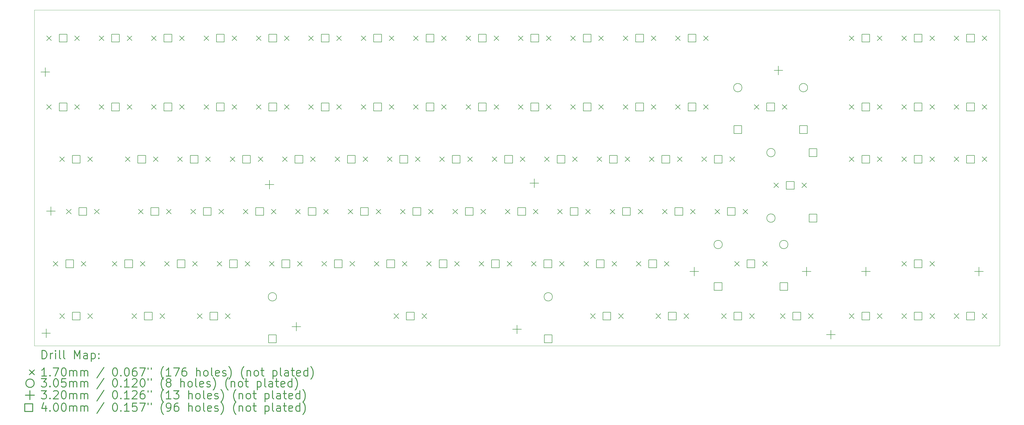
<source format=gbr>
%FSLAX45Y45*%
G04 Gerber Fmt 4.5, Leading zero omitted, Abs format (unit mm)*
G04 Created by KiCad (PCBNEW (5.1.0)-1) date 2022-03-22 21:13:21*
%MOMM*%
%LPD*%
G04 APERTURE LIST*
%ADD10C,0.050000*%
%ADD11C,0.200000*%
%ADD12C,0.300000*%
G04 APERTURE END LIST*
D10*
X38020000Y-15660000D02*
X38020000Y-15590000D01*
X3020000Y-15660000D02*
X38020000Y-15660000D01*
X3020000Y-15590000D02*
X3020000Y-15660000D01*
X3020000Y-3460000D02*
X3050000Y-3460000D01*
X3020000Y-15590000D02*
X3020000Y-3460000D01*
X38020000Y-3460000D02*
X37980000Y-3460000D01*
X38020000Y-15590000D02*
X38020000Y-3460000D01*
X37980000Y-3460000D02*
X3050000Y-3460000D01*
D11*
X9173000Y-6893000D02*
X9343000Y-7063000D01*
X9343000Y-6893000D02*
X9173000Y-7063000D01*
X10189000Y-6893000D02*
X10359000Y-7063000D01*
X10359000Y-6893000D02*
X10189000Y-7063000D01*
X36373000Y-6893000D02*
X36543000Y-7063000D01*
X36543000Y-6893000D02*
X36373000Y-7063000D01*
X37389000Y-6893000D02*
X37559000Y-7063000D01*
X37559000Y-6893000D02*
X37389000Y-7063000D01*
X17723000Y-8793000D02*
X17893000Y-8963000D01*
X17893000Y-8793000D02*
X17723000Y-8963000D01*
X18739000Y-8793000D02*
X18909000Y-8963000D01*
X18909000Y-8793000D02*
X18739000Y-8963000D01*
X10123000Y-8793000D02*
X10293000Y-8963000D01*
X10293000Y-8793000D02*
X10123000Y-8963000D01*
X11139000Y-8793000D02*
X11309000Y-8963000D01*
X11309000Y-8793000D02*
X11139000Y-8963000D01*
X14873000Y-4393000D02*
X15043000Y-4563000D01*
X15043000Y-4393000D02*
X14873000Y-4563000D01*
X15889000Y-4393000D02*
X16059000Y-4563000D01*
X16059000Y-4393000D02*
X15889000Y-4563000D01*
X36373000Y-4393000D02*
X36543000Y-4563000D01*
X36543000Y-4393000D02*
X36373000Y-4563000D01*
X37389000Y-4393000D02*
X37559000Y-4563000D01*
X37559000Y-4393000D02*
X37389000Y-4563000D01*
X12973000Y-6893000D02*
X13143000Y-7063000D01*
X13143000Y-6893000D02*
X12973000Y-7063000D01*
X13989000Y-6893000D02*
X14159000Y-7063000D01*
X14159000Y-6893000D02*
X13989000Y-7063000D01*
X10598000Y-10693000D02*
X10768000Y-10863000D01*
X10768000Y-10693000D02*
X10598000Y-10863000D01*
X11614000Y-10693000D02*
X11784000Y-10863000D01*
X11784000Y-10693000D02*
X11614000Y-10863000D01*
X25560500Y-14493000D02*
X25730500Y-14663000D01*
X25730500Y-14493000D02*
X25560500Y-14663000D01*
X26576500Y-14493000D02*
X26746500Y-14663000D01*
X26746500Y-14493000D02*
X26576500Y-14663000D01*
X5373000Y-6893000D02*
X5543000Y-7063000D01*
X5543000Y-6893000D02*
X5373000Y-7063000D01*
X6389000Y-6893000D02*
X6559000Y-7063000D01*
X6559000Y-6893000D02*
X6389000Y-7063000D01*
X5373000Y-4393000D02*
X5543000Y-4563000D01*
X5543000Y-4393000D02*
X5373000Y-4563000D01*
X6389000Y-4393000D02*
X6559000Y-4563000D01*
X6559000Y-4393000D02*
X6389000Y-4563000D01*
X15348000Y-12593000D02*
X15518000Y-12763000D01*
X15518000Y-12593000D02*
X15348000Y-12763000D01*
X16364000Y-12593000D02*
X16534000Y-12763000D01*
X16534000Y-12593000D02*
X16364000Y-12763000D01*
X15823000Y-8793000D02*
X15993000Y-8963000D01*
X15993000Y-8793000D02*
X15823000Y-8963000D01*
X16839000Y-8793000D02*
X17009000Y-8963000D01*
X17009000Y-8793000D02*
X16839000Y-8963000D01*
X29835500Y-9743000D02*
X30005500Y-9913000D01*
X30005500Y-9743000D02*
X29835500Y-9913000D01*
X30851500Y-9743000D02*
X31021500Y-9913000D01*
X31021500Y-9743000D02*
X30851500Y-9913000D01*
X23898000Y-10693000D02*
X24068000Y-10863000D01*
X24068000Y-10693000D02*
X23898000Y-10863000D01*
X24914000Y-10693000D02*
X25084000Y-10863000D01*
X25084000Y-10693000D02*
X24914000Y-10863000D01*
X16773000Y-4393000D02*
X16943000Y-4563000D01*
X16943000Y-4393000D02*
X16773000Y-4563000D01*
X17789000Y-4393000D02*
X17959000Y-4563000D01*
X17959000Y-4393000D02*
X17789000Y-4563000D01*
X3710500Y-12593000D02*
X3880500Y-12763000D01*
X3880500Y-12593000D02*
X3710500Y-12763000D01*
X4726500Y-12593000D02*
X4896500Y-12763000D01*
X4896500Y-12593000D02*
X4726500Y-12763000D01*
X22948000Y-12593000D02*
X23118000Y-12763000D01*
X23118000Y-12593000D02*
X22948000Y-12763000D01*
X23964000Y-12593000D02*
X24134000Y-12763000D01*
X24134000Y-12593000D02*
X23964000Y-12763000D01*
X32573000Y-14493000D02*
X32743000Y-14663000D01*
X32743000Y-14493000D02*
X32573000Y-14663000D01*
X33589000Y-14493000D02*
X33759000Y-14663000D01*
X33759000Y-14493000D02*
X33589000Y-14663000D01*
X3948000Y-14493000D02*
X4118000Y-14663000D01*
X4118000Y-14493000D02*
X3948000Y-14663000D01*
X4964000Y-14493000D02*
X5134000Y-14663000D01*
X5134000Y-14493000D02*
X4964000Y-14663000D01*
X5848000Y-12593000D02*
X6018000Y-12763000D01*
X6018000Y-12593000D02*
X5848000Y-12763000D01*
X6864000Y-12593000D02*
X7034000Y-12763000D01*
X7034000Y-12593000D02*
X6864000Y-12763000D01*
X25323000Y-8793000D02*
X25493000Y-8963000D01*
X25493000Y-8793000D02*
X25323000Y-8963000D01*
X26339000Y-8793000D02*
X26509000Y-8963000D01*
X26509000Y-8793000D02*
X26339000Y-8963000D01*
X11548000Y-12593000D02*
X11718000Y-12763000D01*
X11718000Y-12593000D02*
X11548000Y-12763000D01*
X12564000Y-12593000D02*
X12734000Y-12763000D01*
X12734000Y-12593000D02*
X12564000Y-12763000D01*
X4185500Y-10693000D02*
X4355500Y-10863000D01*
X4355500Y-10693000D02*
X4185500Y-10863000D01*
X5201500Y-10693000D02*
X5371500Y-10863000D01*
X5371500Y-10693000D02*
X5201500Y-10863000D01*
X7273000Y-6893000D02*
X7443000Y-7063000D01*
X7443000Y-6893000D02*
X7273000Y-7063000D01*
X8289000Y-6893000D02*
X8459000Y-7063000D01*
X8459000Y-6893000D02*
X8289000Y-7063000D01*
X26273000Y-6893000D02*
X26443000Y-7063000D01*
X26443000Y-6893000D02*
X26273000Y-7063000D01*
X27289000Y-6893000D02*
X27459000Y-7063000D01*
X27459000Y-6893000D02*
X27289000Y-7063000D01*
X20098000Y-10693000D02*
X20268000Y-10863000D01*
X20268000Y-10693000D02*
X20098000Y-10863000D01*
X21114000Y-10693000D02*
X21284000Y-10863000D01*
X21284000Y-10693000D02*
X21114000Y-10863000D01*
X16060500Y-14493000D02*
X16230500Y-14663000D01*
X16230500Y-14493000D02*
X16060500Y-14663000D01*
X17076500Y-14493000D02*
X17246500Y-14663000D01*
X17246500Y-14493000D02*
X17076500Y-14663000D01*
X32573000Y-8793000D02*
X32743000Y-8963000D01*
X32743000Y-8793000D02*
X32573000Y-8963000D01*
X33589000Y-8793000D02*
X33759000Y-8963000D01*
X33759000Y-8793000D02*
X33589000Y-8963000D01*
X18673000Y-6893000D02*
X18843000Y-7063000D01*
X18843000Y-6893000D02*
X18673000Y-7063000D01*
X19689000Y-6893000D02*
X19859000Y-7063000D01*
X19859000Y-6893000D02*
X19689000Y-7063000D01*
X9173000Y-4393000D02*
X9343000Y-4563000D01*
X9343000Y-4393000D02*
X9173000Y-4563000D01*
X10189000Y-4393000D02*
X10359000Y-4563000D01*
X10359000Y-4393000D02*
X10189000Y-4563000D01*
X34473000Y-14493000D02*
X34643000Y-14663000D01*
X34643000Y-14493000D02*
X34473000Y-14663000D01*
X35489000Y-14493000D02*
X35659000Y-14663000D01*
X35659000Y-14493000D02*
X35489000Y-14663000D01*
X22473000Y-6893000D02*
X22643000Y-7063000D01*
X22643000Y-6893000D02*
X22473000Y-7063000D01*
X23489000Y-6893000D02*
X23659000Y-7063000D01*
X23659000Y-6893000D02*
X23489000Y-7063000D01*
X19148000Y-12593000D02*
X19318000Y-12763000D01*
X19318000Y-12593000D02*
X19148000Y-12763000D01*
X20164000Y-12593000D02*
X20334000Y-12763000D01*
X20334000Y-12593000D02*
X20164000Y-12763000D01*
X36373000Y-8793000D02*
X36543000Y-8963000D01*
X36543000Y-8793000D02*
X36373000Y-8963000D01*
X37389000Y-8793000D02*
X37559000Y-8963000D01*
X37559000Y-8793000D02*
X37389000Y-8963000D01*
X13923000Y-8793000D02*
X14093000Y-8963000D01*
X14093000Y-8793000D02*
X13923000Y-8963000D01*
X14939000Y-8793000D02*
X15109000Y-8963000D01*
X15109000Y-8793000D02*
X14939000Y-8963000D01*
X12973000Y-4393000D02*
X13143000Y-4563000D01*
X13143000Y-4393000D02*
X12973000Y-4563000D01*
X13989000Y-4393000D02*
X14159000Y-4563000D01*
X14159000Y-4393000D02*
X13989000Y-4563000D01*
X36373000Y-14493000D02*
X36543000Y-14663000D01*
X36543000Y-14493000D02*
X36373000Y-14663000D01*
X37389000Y-14493000D02*
X37559000Y-14663000D01*
X37559000Y-14493000D02*
X37389000Y-14663000D01*
X11073000Y-4393000D02*
X11243000Y-4563000D01*
X11243000Y-4393000D02*
X11073000Y-4563000D01*
X12089000Y-4393000D02*
X12259000Y-4563000D01*
X12259000Y-4393000D02*
X12089000Y-4563000D01*
X17248000Y-12593000D02*
X17418000Y-12763000D01*
X17418000Y-12593000D02*
X17248000Y-12763000D01*
X18264000Y-12593000D02*
X18434000Y-12763000D01*
X18434000Y-12593000D02*
X18264000Y-12763000D01*
X28410500Y-12593000D02*
X28580500Y-12763000D01*
X28580500Y-12593000D02*
X28410500Y-12763000D01*
X29426500Y-12593000D02*
X29596500Y-12763000D01*
X29596500Y-12593000D02*
X29426500Y-12763000D01*
X16773000Y-6893000D02*
X16943000Y-7063000D01*
X16943000Y-6893000D02*
X16773000Y-7063000D01*
X17789000Y-6893000D02*
X17959000Y-7063000D01*
X17959000Y-6893000D02*
X17789000Y-7063000D01*
X21523000Y-8793000D02*
X21693000Y-8963000D01*
X21693000Y-8793000D02*
X21523000Y-8963000D01*
X22539000Y-8793000D02*
X22709000Y-8963000D01*
X22709000Y-8793000D02*
X22539000Y-8963000D01*
X6323000Y-8793000D02*
X6493000Y-8963000D01*
X6493000Y-8793000D02*
X6323000Y-8963000D01*
X7339000Y-8793000D02*
X7509000Y-8963000D01*
X7509000Y-8793000D02*
X7339000Y-8963000D01*
X24373000Y-6893000D02*
X24543000Y-7063000D01*
X24543000Y-6893000D02*
X24373000Y-7063000D01*
X25389000Y-6893000D02*
X25559000Y-7063000D01*
X25559000Y-6893000D02*
X25389000Y-7063000D01*
X27698000Y-10693000D02*
X27868000Y-10863000D01*
X27868000Y-10693000D02*
X27698000Y-10863000D01*
X28714000Y-10693000D02*
X28884000Y-10863000D01*
X28884000Y-10693000D02*
X28714000Y-10863000D01*
X3948000Y-8793000D02*
X4118000Y-8963000D01*
X4118000Y-8793000D02*
X3948000Y-8963000D01*
X4964000Y-8793000D02*
X5134000Y-8963000D01*
X5134000Y-8793000D02*
X4964000Y-8963000D01*
X23423000Y-8793000D02*
X23593000Y-8963000D01*
X23593000Y-8793000D02*
X23423000Y-8963000D01*
X24439000Y-8793000D02*
X24609000Y-8963000D01*
X24609000Y-8793000D02*
X24439000Y-8963000D01*
X24848000Y-12593000D02*
X25018000Y-12763000D01*
X25018000Y-12593000D02*
X24848000Y-12763000D01*
X25864000Y-12593000D02*
X26034000Y-12763000D01*
X26034000Y-12593000D02*
X25864000Y-12763000D01*
X7273000Y-4393000D02*
X7443000Y-4563000D01*
X7443000Y-4393000D02*
X7273000Y-4563000D01*
X8289000Y-4393000D02*
X8459000Y-4563000D01*
X8459000Y-4393000D02*
X8289000Y-4563000D01*
X21048000Y-12593000D02*
X21218000Y-12763000D01*
X21218000Y-12593000D02*
X21048000Y-12763000D01*
X22064000Y-12593000D02*
X22234000Y-12763000D01*
X22234000Y-12593000D02*
X22064000Y-12763000D01*
X14398000Y-10693000D02*
X14568000Y-10863000D01*
X14568000Y-10693000D02*
X14398000Y-10863000D01*
X15414000Y-10693000D02*
X15584000Y-10863000D01*
X15584000Y-10693000D02*
X15414000Y-10863000D01*
X8935500Y-14493000D02*
X9105500Y-14663000D01*
X9105500Y-14493000D02*
X8935500Y-14663000D01*
X9951500Y-14493000D02*
X10121500Y-14663000D01*
X10121500Y-14493000D02*
X9951500Y-14663000D01*
X8223000Y-8793000D02*
X8393000Y-8963000D01*
X8393000Y-8793000D02*
X8223000Y-8963000D01*
X9239000Y-8793000D02*
X9409000Y-8963000D01*
X9409000Y-8793000D02*
X9239000Y-8963000D01*
X27223000Y-8793000D02*
X27393000Y-8963000D01*
X27393000Y-8793000D02*
X27223000Y-8963000D01*
X28239000Y-8793000D02*
X28409000Y-8963000D01*
X28409000Y-8793000D02*
X28239000Y-8963000D01*
X11073000Y-6893000D02*
X11243000Y-7063000D01*
X11243000Y-6893000D02*
X11073000Y-7063000D01*
X12089000Y-6893000D02*
X12259000Y-7063000D01*
X12259000Y-6893000D02*
X12089000Y-7063000D01*
X34473000Y-4393000D02*
X34643000Y-4563000D01*
X34643000Y-4393000D02*
X34473000Y-4563000D01*
X35489000Y-4393000D02*
X35659000Y-4563000D01*
X35659000Y-4393000D02*
X35489000Y-4563000D01*
X20573000Y-6893000D02*
X20743000Y-7063000D01*
X20743000Y-6893000D02*
X20573000Y-7063000D01*
X21589000Y-6893000D02*
X21759000Y-7063000D01*
X21759000Y-6893000D02*
X21589000Y-7063000D01*
X34473000Y-6893000D02*
X34643000Y-7063000D01*
X34643000Y-6893000D02*
X34473000Y-7063000D01*
X35489000Y-6893000D02*
X35659000Y-7063000D01*
X35659000Y-6893000D02*
X35489000Y-7063000D01*
X8698000Y-10693000D02*
X8868000Y-10863000D01*
X8868000Y-10693000D02*
X8698000Y-10863000D01*
X9714000Y-10693000D02*
X9884000Y-10863000D01*
X9884000Y-10693000D02*
X9714000Y-10863000D01*
X27935500Y-14493000D02*
X28105500Y-14663000D01*
X28105500Y-14493000D02*
X27935500Y-14663000D01*
X28951500Y-14493000D02*
X29121500Y-14663000D01*
X29121500Y-14493000D02*
X28951500Y-14663000D01*
X18198000Y-10693000D02*
X18368000Y-10863000D01*
X18368000Y-10693000D02*
X18198000Y-10863000D01*
X19214000Y-10693000D02*
X19384000Y-10863000D01*
X19384000Y-10693000D02*
X19214000Y-10863000D01*
X3473000Y-4393000D02*
X3643000Y-4563000D01*
X3643000Y-4393000D02*
X3473000Y-4563000D01*
X4489000Y-4393000D02*
X4659000Y-4563000D01*
X4659000Y-4393000D02*
X4489000Y-4563000D01*
X13448000Y-12593000D02*
X13618000Y-12763000D01*
X13618000Y-12593000D02*
X13448000Y-12763000D01*
X14464000Y-12593000D02*
X14634000Y-12763000D01*
X14634000Y-12593000D02*
X14464000Y-12763000D01*
X34473000Y-12593000D02*
X34643000Y-12763000D01*
X34643000Y-12593000D02*
X34473000Y-12763000D01*
X35489000Y-12593000D02*
X35659000Y-12763000D01*
X35659000Y-12593000D02*
X35489000Y-12763000D01*
X16298000Y-10693000D02*
X16468000Y-10863000D01*
X16468000Y-10693000D02*
X16298000Y-10863000D01*
X17314000Y-10693000D02*
X17484000Y-10863000D01*
X17484000Y-10693000D02*
X17314000Y-10863000D01*
X14873000Y-6893000D02*
X15043000Y-7063000D01*
X15043000Y-6893000D02*
X14873000Y-7063000D01*
X15889000Y-6893000D02*
X16059000Y-7063000D01*
X16059000Y-6893000D02*
X15889000Y-7063000D01*
X23185500Y-14493000D02*
X23355500Y-14663000D01*
X23355500Y-14493000D02*
X23185500Y-14663000D01*
X24201500Y-14493000D02*
X24371500Y-14663000D01*
X24371500Y-14493000D02*
X24201500Y-14663000D01*
X3473000Y-6893000D02*
X3643000Y-7063000D01*
X3643000Y-6893000D02*
X3473000Y-7063000D01*
X4489000Y-6893000D02*
X4659000Y-7063000D01*
X4659000Y-6893000D02*
X4489000Y-7063000D01*
X12498000Y-10693000D02*
X12668000Y-10863000D01*
X12668000Y-10693000D02*
X12498000Y-10863000D01*
X13514000Y-10693000D02*
X13684000Y-10863000D01*
X13684000Y-10693000D02*
X13514000Y-10863000D01*
X18673000Y-4393000D02*
X18843000Y-4563000D01*
X18843000Y-4393000D02*
X18673000Y-4563000D01*
X19689000Y-4393000D02*
X19859000Y-4563000D01*
X19859000Y-4393000D02*
X19689000Y-4563000D01*
X30073000Y-14493000D02*
X30243000Y-14663000D01*
X30243000Y-14493000D02*
X30073000Y-14663000D01*
X31089000Y-14493000D02*
X31259000Y-14663000D01*
X31259000Y-14493000D02*
X31089000Y-14663000D01*
X22473000Y-4393000D02*
X22643000Y-4563000D01*
X22643000Y-4393000D02*
X22473000Y-4563000D01*
X23489000Y-4393000D02*
X23659000Y-4563000D01*
X23659000Y-4393000D02*
X23489000Y-4563000D01*
X26273000Y-4393000D02*
X26443000Y-4563000D01*
X26443000Y-4393000D02*
X26273000Y-4563000D01*
X27289000Y-4393000D02*
X27459000Y-4563000D01*
X27459000Y-4393000D02*
X27289000Y-4563000D01*
X20573000Y-4393000D02*
X20743000Y-4563000D01*
X20743000Y-4393000D02*
X20573000Y-4563000D01*
X21589000Y-4393000D02*
X21759000Y-4563000D01*
X21759000Y-4393000D02*
X21589000Y-4563000D01*
X32573000Y-6893000D02*
X32743000Y-7063000D01*
X32743000Y-6893000D02*
X32573000Y-7063000D01*
X33589000Y-6893000D02*
X33759000Y-7063000D01*
X33759000Y-6893000D02*
X33589000Y-7063000D01*
X6560500Y-14493000D02*
X6730500Y-14663000D01*
X6730500Y-14493000D02*
X6560500Y-14663000D01*
X7576500Y-14493000D02*
X7746500Y-14663000D01*
X7746500Y-14493000D02*
X7576500Y-14663000D01*
X6798000Y-10693000D02*
X6968000Y-10863000D01*
X6968000Y-10693000D02*
X6798000Y-10863000D01*
X7814000Y-10693000D02*
X7984000Y-10863000D01*
X7984000Y-10693000D02*
X7814000Y-10863000D01*
X24373000Y-4393000D02*
X24543000Y-4563000D01*
X24543000Y-4393000D02*
X24373000Y-4563000D01*
X25389000Y-4393000D02*
X25559000Y-4563000D01*
X25559000Y-4393000D02*
X25389000Y-4563000D01*
X9648000Y-12593000D02*
X9818000Y-12763000D01*
X9818000Y-12593000D02*
X9648000Y-12763000D01*
X10664000Y-12593000D02*
X10834000Y-12763000D01*
X10834000Y-12593000D02*
X10664000Y-12763000D01*
X29123000Y-6893000D02*
X29293000Y-7063000D01*
X29293000Y-6893000D02*
X29123000Y-7063000D01*
X30139000Y-6893000D02*
X30309000Y-7063000D01*
X30309000Y-6893000D02*
X30139000Y-7063000D01*
X25798000Y-10693000D02*
X25968000Y-10863000D01*
X25968000Y-10693000D02*
X25798000Y-10863000D01*
X26814000Y-10693000D02*
X26984000Y-10863000D01*
X26984000Y-10693000D02*
X26814000Y-10863000D01*
X19623000Y-8793000D02*
X19793000Y-8963000D01*
X19793000Y-8793000D02*
X19623000Y-8963000D01*
X20639000Y-8793000D02*
X20809000Y-8963000D01*
X20809000Y-8793000D02*
X20639000Y-8963000D01*
X7748000Y-12593000D02*
X7918000Y-12763000D01*
X7918000Y-12593000D02*
X7748000Y-12763000D01*
X8764000Y-12593000D02*
X8934000Y-12763000D01*
X8934000Y-12593000D02*
X8764000Y-12763000D01*
X32573000Y-4393000D02*
X32743000Y-4563000D01*
X32743000Y-4393000D02*
X32573000Y-4563000D01*
X33589000Y-4393000D02*
X33759000Y-4563000D01*
X33759000Y-4393000D02*
X33589000Y-4563000D01*
X12023000Y-8793000D02*
X12193000Y-8963000D01*
X12193000Y-8793000D02*
X12023000Y-8963000D01*
X13039000Y-8793000D02*
X13209000Y-8963000D01*
X13209000Y-8793000D02*
X13039000Y-8963000D01*
X34473000Y-8793000D02*
X34643000Y-8963000D01*
X34643000Y-8793000D02*
X34473000Y-8963000D01*
X35489000Y-8793000D02*
X35659000Y-8963000D01*
X35659000Y-8793000D02*
X35489000Y-8963000D01*
X21998000Y-10693000D02*
X22168000Y-10863000D01*
X22168000Y-10693000D02*
X21998000Y-10863000D01*
X23014000Y-10693000D02*
X23184000Y-10863000D01*
X23184000Y-10693000D02*
X23014000Y-10863000D01*
X28678500Y-6278000D02*
G75*
G03X28678500Y-6278000I-152500J0D01*
G01*
X31058500Y-6278000D02*
G75*
G03X31058500Y-6278000I-152500J0D01*
G01*
X29881000Y-8638000D02*
G75*
G03X29881000Y-8638000I-152500J0D01*
G01*
X29881000Y-11018000D02*
G75*
G03X29881000Y-11018000I-152500J0D01*
G01*
X11806000Y-13878000D02*
G75*
G03X11806000Y-13878000I-152500J0D01*
G01*
X21806000Y-13878000D02*
G75*
G03X21806000Y-13878000I-152500J0D01*
G01*
X27966000Y-11978000D02*
G75*
G03X27966000Y-11978000I-152500J0D01*
G01*
X30346000Y-11978000D02*
G75*
G03X30346000Y-11978000I-152500J0D01*
G01*
X21150000Y-9590000D02*
X21150000Y-9910000D01*
X20990000Y-9750000D02*
X21310000Y-9750000D01*
X26950000Y-12800000D02*
X26950000Y-13120000D01*
X26790000Y-12960000D02*
X27110000Y-12960000D01*
X30000000Y-5490000D02*
X30000000Y-5810000D01*
X29840000Y-5650000D02*
X30160000Y-5650000D01*
X37270000Y-12800000D02*
X37270000Y-13120000D01*
X37110000Y-12960000D02*
X37430000Y-12960000D01*
X33170000Y-12800000D02*
X33170000Y-13120000D01*
X33010000Y-12960000D02*
X33330000Y-12960000D01*
X11550000Y-9640000D02*
X11550000Y-9960000D01*
X11390000Y-9800000D02*
X11710000Y-9800000D01*
X3450000Y-15040000D02*
X3450000Y-15360000D01*
X3290000Y-15200000D02*
X3610000Y-15200000D01*
X31900000Y-15090000D02*
X31900000Y-15410000D01*
X31740000Y-15250000D02*
X32060000Y-15250000D01*
X3420000Y-5550000D02*
X3420000Y-5870000D01*
X3260000Y-5710000D02*
X3580000Y-5710000D01*
X31020000Y-12800000D02*
X31020000Y-13120000D01*
X30860000Y-12960000D02*
X31180000Y-12960000D01*
X3620000Y-10600000D02*
X3620000Y-10920000D01*
X3460000Y-10760000D02*
X3780000Y-10760000D01*
X20520000Y-14900000D02*
X20520000Y-15220000D01*
X20360000Y-15060000D02*
X20680000Y-15060000D01*
X12520000Y-14800000D02*
X12520000Y-15120000D01*
X12360000Y-14960000D02*
X12680000Y-14960000D01*
X4207423Y-7119423D02*
X4207423Y-6836577D01*
X3924577Y-6836577D01*
X3924577Y-7119423D01*
X4207423Y-7119423D01*
X13232423Y-10919423D02*
X13232423Y-10636577D01*
X12949577Y-10636577D01*
X12949577Y-10919423D01*
X13232423Y-10919423D01*
X19407423Y-4619423D02*
X19407423Y-4336577D01*
X19124577Y-4336577D01*
X19124577Y-4619423D01*
X19407423Y-4619423D01*
X30807423Y-14719423D02*
X30807423Y-14436577D01*
X30524577Y-14436577D01*
X30524577Y-14719423D01*
X30807423Y-14719423D01*
X23207423Y-4619423D02*
X23207423Y-4336577D01*
X22924577Y-4336577D01*
X22924577Y-4619423D01*
X23207423Y-4619423D01*
X27007423Y-4619423D02*
X27007423Y-4336577D01*
X26724577Y-4336577D01*
X26724577Y-4619423D01*
X27007423Y-4619423D01*
X21307423Y-4619423D02*
X21307423Y-4336577D01*
X21024577Y-4336577D01*
X21024577Y-4619423D01*
X21307423Y-4619423D01*
X33307423Y-7119423D02*
X33307423Y-6836577D01*
X33024577Y-6836577D01*
X33024577Y-7119423D01*
X33307423Y-7119423D01*
X7294923Y-14719423D02*
X7294923Y-14436577D01*
X7012077Y-14436577D01*
X7012077Y-14719423D01*
X7294923Y-14719423D01*
X7532423Y-10919423D02*
X7532423Y-10636577D01*
X7249577Y-10636577D01*
X7249577Y-10919423D01*
X7532423Y-10919423D01*
X25107423Y-4619423D02*
X25107423Y-4336577D01*
X24824577Y-4336577D01*
X24824577Y-4619423D01*
X25107423Y-4619423D01*
X10382423Y-12819423D02*
X10382423Y-12536577D01*
X10099577Y-12536577D01*
X10099577Y-12819423D01*
X10382423Y-12819423D01*
X28667423Y-7943423D02*
X28667423Y-7660577D01*
X28384577Y-7660577D01*
X28384577Y-7943423D01*
X28667423Y-7943423D01*
X29857423Y-7119423D02*
X29857423Y-6836577D01*
X29574577Y-6836577D01*
X29574577Y-7119423D01*
X29857423Y-7119423D01*
X31047423Y-7943423D02*
X31047423Y-7660577D01*
X30764577Y-7660577D01*
X30764577Y-7943423D01*
X31047423Y-7943423D01*
X26532423Y-10919423D02*
X26532423Y-10636577D01*
X26249577Y-10636577D01*
X26249577Y-10919423D01*
X26532423Y-10919423D01*
X20357423Y-9019423D02*
X20357423Y-8736577D01*
X20074577Y-8736577D01*
X20074577Y-9019423D01*
X20357423Y-9019423D01*
X8482423Y-12819423D02*
X8482423Y-12536577D01*
X8199577Y-12536577D01*
X8199577Y-12819423D01*
X8482423Y-12819423D01*
X33307423Y-4619423D02*
X33307423Y-4336577D01*
X33024577Y-4336577D01*
X33024577Y-4619423D01*
X33307423Y-4619423D01*
X12757423Y-9019423D02*
X12757423Y-8736577D01*
X12474577Y-8736577D01*
X12474577Y-9019423D01*
X12757423Y-9019423D01*
X35207423Y-9019423D02*
X35207423Y-8736577D01*
X34924577Y-8736577D01*
X34924577Y-9019423D01*
X35207423Y-9019423D01*
X22732423Y-10919423D02*
X22732423Y-10636577D01*
X22449577Y-10636577D01*
X22449577Y-10919423D01*
X22732423Y-10919423D01*
X9907423Y-7119423D02*
X9907423Y-6836577D01*
X9624577Y-6836577D01*
X9624577Y-7119423D01*
X9907423Y-7119423D01*
X37107423Y-7119423D02*
X37107423Y-6836577D01*
X36824577Y-6836577D01*
X36824577Y-7119423D01*
X37107423Y-7119423D01*
X18457423Y-9019423D02*
X18457423Y-8736577D01*
X18174577Y-8736577D01*
X18174577Y-9019423D01*
X18457423Y-9019423D01*
X10857423Y-9019423D02*
X10857423Y-8736577D01*
X10574577Y-8736577D01*
X10574577Y-9019423D01*
X10857423Y-9019423D01*
X15607423Y-4619423D02*
X15607423Y-4336577D01*
X15324577Y-4336577D01*
X15324577Y-4619423D01*
X15607423Y-4619423D01*
X37107423Y-4619423D02*
X37107423Y-4336577D01*
X36824577Y-4336577D01*
X36824577Y-4619423D01*
X37107423Y-4619423D01*
X13707423Y-7119423D02*
X13707423Y-6836577D01*
X13424577Y-6836577D01*
X13424577Y-7119423D01*
X13707423Y-7119423D01*
X11332423Y-10919423D02*
X11332423Y-10636577D01*
X11049577Y-10636577D01*
X11049577Y-10919423D01*
X11332423Y-10919423D01*
X26294923Y-14719423D02*
X26294923Y-14436577D01*
X26012077Y-14436577D01*
X26012077Y-14719423D01*
X26294923Y-14719423D01*
X6107423Y-7119423D02*
X6107423Y-6836577D01*
X5824577Y-6836577D01*
X5824577Y-7119423D01*
X6107423Y-7119423D01*
X6107423Y-4619423D02*
X6107423Y-4336577D01*
X5824577Y-4336577D01*
X5824577Y-4619423D01*
X6107423Y-4619423D01*
X16082423Y-12819423D02*
X16082423Y-12536577D01*
X15799577Y-12536577D01*
X15799577Y-12819423D01*
X16082423Y-12819423D01*
X16557423Y-9019423D02*
X16557423Y-8736577D01*
X16274577Y-8736577D01*
X16274577Y-9019423D01*
X16557423Y-9019423D01*
X30569923Y-9969423D02*
X30569923Y-9686577D01*
X30287077Y-9686577D01*
X30287077Y-9969423D01*
X30569923Y-9969423D01*
X31393923Y-8779423D02*
X31393923Y-8496577D01*
X31111077Y-8496577D01*
X31111077Y-8779423D01*
X31393923Y-8779423D01*
X31393923Y-11159423D02*
X31393923Y-10876577D01*
X31111077Y-10876577D01*
X31111077Y-11159423D01*
X31393923Y-11159423D01*
X24632423Y-10919423D02*
X24632423Y-10636577D01*
X24349577Y-10636577D01*
X24349577Y-10919423D01*
X24632423Y-10919423D01*
X17507423Y-4619423D02*
X17507423Y-4336577D01*
X17224577Y-4336577D01*
X17224577Y-4619423D01*
X17507423Y-4619423D01*
X4444923Y-12819423D02*
X4444923Y-12536577D01*
X4162077Y-12536577D01*
X4162077Y-12819423D01*
X4444923Y-12819423D01*
X23682423Y-12819423D02*
X23682423Y-12536577D01*
X23399577Y-12536577D01*
X23399577Y-12819423D01*
X23682423Y-12819423D01*
X33307423Y-14719423D02*
X33307423Y-14436577D01*
X33024577Y-14436577D01*
X33024577Y-14719423D01*
X33307423Y-14719423D01*
X4682423Y-14719423D02*
X4682423Y-14436577D01*
X4399577Y-14436577D01*
X4399577Y-14719423D01*
X4682423Y-14719423D01*
X6582423Y-12819423D02*
X6582423Y-12536577D01*
X6299577Y-12536577D01*
X6299577Y-12819423D01*
X6582423Y-12819423D01*
X26057423Y-9019423D02*
X26057423Y-8736577D01*
X25774577Y-8736577D01*
X25774577Y-9019423D01*
X26057423Y-9019423D01*
X12282423Y-12819423D02*
X12282423Y-12536577D01*
X11999577Y-12536577D01*
X11999577Y-12819423D01*
X12282423Y-12819423D01*
X4919923Y-10919423D02*
X4919923Y-10636577D01*
X4637077Y-10636577D01*
X4637077Y-10919423D01*
X4919923Y-10919423D01*
X8007423Y-7119423D02*
X8007423Y-6836577D01*
X7724577Y-6836577D01*
X7724577Y-7119423D01*
X8007423Y-7119423D01*
X27007423Y-7119423D02*
X27007423Y-6836577D01*
X26724577Y-6836577D01*
X26724577Y-7119423D01*
X27007423Y-7119423D01*
X20832423Y-10919423D02*
X20832423Y-10636577D01*
X20549577Y-10636577D01*
X20549577Y-10919423D01*
X20832423Y-10919423D01*
X11794923Y-15543423D02*
X11794923Y-15260577D01*
X11512077Y-15260577D01*
X11512077Y-15543423D01*
X11794923Y-15543423D01*
X16794923Y-14719423D02*
X16794923Y-14436577D01*
X16512077Y-14436577D01*
X16512077Y-14719423D01*
X16794923Y-14719423D01*
X21794923Y-15543423D02*
X21794923Y-15260577D01*
X21512077Y-15260577D01*
X21512077Y-15543423D01*
X21794923Y-15543423D01*
X33307423Y-9019423D02*
X33307423Y-8736577D01*
X33024577Y-8736577D01*
X33024577Y-9019423D01*
X33307423Y-9019423D01*
X19407423Y-7119423D02*
X19407423Y-6836577D01*
X19124577Y-6836577D01*
X19124577Y-7119423D01*
X19407423Y-7119423D01*
X9907423Y-4619423D02*
X9907423Y-4336577D01*
X9624577Y-4336577D01*
X9624577Y-4619423D01*
X9907423Y-4619423D01*
X35207423Y-14719423D02*
X35207423Y-14436577D01*
X34924577Y-14436577D01*
X34924577Y-14719423D01*
X35207423Y-14719423D01*
X23207423Y-7119423D02*
X23207423Y-6836577D01*
X22924577Y-6836577D01*
X22924577Y-7119423D01*
X23207423Y-7119423D01*
X19882423Y-12819423D02*
X19882423Y-12536577D01*
X19599577Y-12536577D01*
X19599577Y-12819423D01*
X19882423Y-12819423D01*
X37107423Y-9019423D02*
X37107423Y-8736577D01*
X36824577Y-8736577D01*
X36824577Y-9019423D01*
X37107423Y-9019423D01*
X14657423Y-9019423D02*
X14657423Y-8736577D01*
X14374577Y-8736577D01*
X14374577Y-9019423D01*
X14657423Y-9019423D01*
X13707423Y-4619423D02*
X13707423Y-4336577D01*
X13424577Y-4336577D01*
X13424577Y-4619423D01*
X13707423Y-4619423D01*
X37107423Y-14719423D02*
X37107423Y-14436577D01*
X36824577Y-14436577D01*
X36824577Y-14719423D01*
X37107423Y-14719423D01*
X11807423Y-4619423D02*
X11807423Y-4336577D01*
X11524577Y-4336577D01*
X11524577Y-4619423D01*
X11807423Y-4619423D01*
X17982423Y-12819423D02*
X17982423Y-12536577D01*
X17699577Y-12536577D01*
X17699577Y-12819423D01*
X17982423Y-12819423D01*
X27954923Y-13643423D02*
X27954923Y-13360577D01*
X27672077Y-13360577D01*
X27672077Y-13643423D01*
X27954923Y-13643423D01*
X29144923Y-12819423D02*
X29144923Y-12536577D01*
X28862077Y-12536577D01*
X28862077Y-12819423D01*
X29144923Y-12819423D01*
X30334923Y-13643423D02*
X30334923Y-13360577D01*
X30052077Y-13360577D01*
X30052077Y-13643423D01*
X30334923Y-13643423D01*
X17507423Y-7119423D02*
X17507423Y-6836577D01*
X17224577Y-6836577D01*
X17224577Y-7119423D01*
X17507423Y-7119423D01*
X22257423Y-9019423D02*
X22257423Y-8736577D01*
X21974577Y-8736577D01*
X21974577Y-9019423D01*
X22257423Y-9019423D01*
X7057423Y-9019423D02*
X7057423Y-8736577D01*
X6774577Y-8736577D01*
X6774577Y-9019423D01*
X7057423Y-9019423D01*
X25107423Y-7119423D02*
X25107423Y-6836577D01*
X24824577Y-6836577D01*
X24824577Y-7119423D01*
X25107423Y-7119423D01*
X28432423Y-10919423D02*
X28432423Y-10636577D01*
X28149577Y-10636577D01*
X28149577Y-10919423D01*
X28432423Y-10919423D01*
X4682423Y-9019423D02*
X4682423Y-8736577D01*
X4399577Y-8736577D01*
X4399577Y-9019423D01*
X4682423Y-9019423D01*
X24157423Y-9019423D02*
X24157423Y-8736577D01*
X23874577Y-8736577D01*
X23874577Y-9019423D01*
X24157423Y-9019423D01*
X25582423Y-12819423D02*
X25582423Y-12536577D01*
X25299577Y-12536577D01*
X25299577Y-12819423D01*
X25582423Y-12819423D01*
X8007423Y-4619423D02*
X8007423Y-4336577D01*
X7724577Y-4336577D01*
X7724577Y-4619423D01*
X8007423Y-4619423D01*
X21782423Y-12819423D02*
X21782423Y-12536577D01*
X21499577Y-12536577D01*
X21499577Y-12819423D01*
X21782423Y-12819423D01*
X15132423Y-10919423D02*
X15132423Y-10636577D01*
X14849577Y-10636577D01*
X14849577Y-10919423D01*
X15132423Y-10919423D01*
X9669923Y-14719423D02*
X9669923Y-14436577D01*
X9387077Y-14436577D01*
X9387077Y-14719423D01*
X9669923Y-14719423D01*
X8957423Y-9019423D02*
X8957423Y-8736577D01*
X8674577Y-8736577D01*
X8674577Y-9019423D01*
X8957423Y-9019423D01*
X27957423Y-9019423D02*
X27957423Y-8736577D01*
X27674577Y-8736577D01*
X27674577Y-9019423D01*
X27957423Y-9019423D01*
X11807423Y-7119423D02*
X11807423Y-6836577D01*
X11524577Y-6836577D01*
X11524577Y-7119423D01*
X11807423Y-7119423D01*
X35207423Y-4619423D02*
X35207423Y-4336577D01*
X34924577Y-4336577D01*
X34924577Y-4619423D01*
X35207423Y-4619423D01*
X21307423Y-7119423D02*
X21307423Y-6836577D01*
X21024577Y-6836577D01*
X21024577Y-7119423D01*
X21307423Y-7119423D01*
X35207423Y-7119423D02*
X35207423Y-6836577D01*
X34924577Y-6836577D01*
X34924577Y-7119423D01*
X35207423Y-7119423D01*
X9432423Y-10919423D02*
X9432423Y-10636577D01*
X9149577Y-10636577D01*
X9149577Y-10919423D01*
X9432423Y-10919423D01*
X28669923Y-14719423D02*
X28669923Y-14436577D01*
X28387077Y-14436577D01*
X28387077Y-14719423D01*
X28669923Y-14719423D01*
X18932423Y-10919423D02*
X18932423Y-10636577D01*
X18649577Y-10636577D01*
X18649577Y-10919423D01*
X18932423Y-10919423D01*
X4207423Y-4619423D02*
X4207423Y-4336577D01*
X3924577Y-4336577D01*
X3924577Y-4619423D01*
X4207423Y-4619423D01*
X14182423Y-12819423D02*
X14182423Y-12536577D01*
X13899577Y-12536577D01*
X13899577Y-12819423D01*
X14182423Y-12819423D01*
X35207423Y-12819423D02*
X35207423Y-12536577D01*
X34924577Y-12536577D01*
X34924577Y-12819423D01*
X35207423Y-12819423D01*
X17032423Y-10919423D02*
X17032423Y-10636577D01*
X16749577Y-10636577D01*
X16749577Y-10919423D01*
X17032423Y-10919423D01*
X15607423Y-7119423D02*
X15607423Y-6836577D01*
X15324577Y-6836577D01*
X15324577Y-7119423D01*
X15607423Y-7119423D01*
X23919923Y-14719423D02*
X23919923Y-14436577D01*
X23637077Y-14436577D01*
X23637077Y-14719423D01*
X23919923Y-14719423D01*
D12*
X3303928Y-16128214D02*
X3303928Y-15828214D01*
X3375357Y-15828214D01*
X3418214Y-15842500D01*
X3446786Y-15871071D01*
X3461071Y-15899643D01*
X3475357Y-15956786D01*
X3475357Y-15999643D01*
X3461071Y-16056786D01*
X3446786Y-16085357D01*
X3418214Y-16113929D01*
X3375357Y-16128214D01*
X3303928Y-16128214D01*
X3603928Y-16128214D02*
X3603928Y-15928214D01*
X3603928Y-15985357D02*
X3618214Y-15956786D01*
X3632500Y-15942500D01*
X3661071Y-15928214D01*
X3689643Y-15928214D01*
X3789643Y-16128214D02*
X3789643Y-15928214D01*
X3789643Y-15828214D02*
X3775357Y-15842500D01*
X3789643Y-15856786D01*
X3803928Y-15842500D01*
X3789643Y-15828214D01*
X3789643Y-15856786D01*
X3975357Y-16128214D02*
X3946786Y-16113929D01*
X3932500Y-16085357D01*
X3932500Y-15828214D01*
X4132500Y-16128214D02*
X4103928Y-16113929D01*
X4089643Y-16085357D01*
X4089643Y-15828214D01*
X4475357Y-16128214D02*
X4475357Y-15828214D01*
X4575357Y-16042500D01*
X4675357Y-15828214D01*
X4675357Y-16128214D01*
X4946786Y-16128214D02*
X4946786Y-15971071D01*
X4932500Y-15942500D01*
X4903928Y-15928214D01*
X4846786Y-15928214D01*
X4818214Y-15942500D01*
X4946786Y-16113929D02*
X4918214Y-16128214D01*
X4846786Y-16128214D01*
X4818214Y-16113929D01*
X4803928Y-16085357D01*
X4803928Y-16056786D01*
X4818214Y-16028214D01*
X4846786Y-16013929D01*
X4918214Y-16013929D01*
X4946786Y-15999643D01*
X5089643Y-15928214D02*
X5089643Y-16228214D01*
X5089643Y-15942500D02*
X5118214Y-15928214D01*
X5175357Y-15928214D01*
X5203928Y-15942500D01*
X5218214Y-15956786D01*
X5232500Y-15985357D01*
X5232500Y-16071071D01*
X5218214Y-16099643D01*
X5203928Y-16113929D01*
X5175357Y-16128214D01*
X5118214Y-16128214D01*
X5089643Y-16113929D01*
X5361071Y-16099643D02*
X5375357Y-16113929D01*
X5361071Y-16128214D01*
X5346786Y-16113929D01*
X5361071Y-16099643D01*
X5361071Y-16128214D01*
X5361071Y-15942500D02*
X5375357Y-15956786D01*
X5361071Y-15971071D01*
X5346786Y-15956786D01*
X5361071Y-15942500D01*
X5361071Y-15971071D01*
X2847500Y-16537500D02*
X3017500Y-16707500D01*
X3017500Y-16537500D02*
X2847500Y-16707500D01*
X3461071Y-16758214D02*
X3289643Y-16758214D01*
X3375357Y-16758214D02*
X3375357Y-16458214D01*
X3346786Y-16501071D01*
X3318214Y-16529643D01*
X3289643Y-16543929D01*
X3589643Y-16729643D02*
X3603928Y-16743929D01*
X3589643Y-16758214D01*
X3575357Y-16743929D01*
X3589643Y-16729643D01*
X3589643Y-16758214D01*
X3703928Y-16458214D02*
X3903928Y-16458214D01*
X3775357Y-16758214D01*
X4075357Y-16458214D02*
X4103928Y-16458214D01*
X4132500Y-16472500D01*
X4146786Y-16486786D01*
X4161071Y-16515357D01*
X4175357Y-16572500D01*
X4175357Y-16643929D01*
X4161071Y-16701071D01*
X4146786Y-16729643D01*
X4132500Y-16743929D01*
X4103928Y-16758214D01*
X4075357Y-16758214D01*
X4046786Y-16743929D01*
X4032500Y-16729643D01*
X4018214Y-16701071D01*
X4003928Y-16643929D01*
X4003928Y-16572500D01*
X4018214Y-16515357D01*
X4032500Y-16486786D01*
X4046786Y-16472500D01*
X4075357Y-16458214D01*
X4303928Y-16758214D02*
X4303928Y-16558214D01*
X4303928Y-16586786D02*
X4318214Y-16572500D01*
X4346786Y-16558214D01*
X4389643Y-16558214D01*
X4418214Y-16572500D01*
X4432500Y-16601071D01*
X4432500Y-16758214D01*
X4432500Y-16601071D02*
X4446786Y-16572500D01*
X4475357Y-16558214D01*
X4518214Y-16558214D01*
X4546786Y-16572500D01*
X4561071Y-16601071D01*
X4561071Y-16758214D01*
X4703928Y-16758214D02*
X4703928Y-16558214D01*
X4703928Y-16586786D02*
X4718214Y-16572500D01*
X4746786Y-16558214D01*
X4789643Y-16558214D01*
X4818214Y-16572500D01*
X4832500Y-16601071D01*
X4832500Y-16758214D01*
X4832500Y-16601071D02*
X4846786Y-16572500D01*
X4875357Y-16558214D01*
X4918214Y-16558214D01*
X4946786Y-16572500D01*
X4961071Y-16601071D01*
X4961071Y-16758214D01*
X5546786Y-16443929D02*
X5289643Y-16829643D01*
X5932500Y-16458214D02*
X5961071Y-16458214D01*
X5989643Y-16472500D01*
X6003928Y-16486786D01*
X6018214Y-16515357D01*
X6032500Y-16572500D01*
X6032500Y-16643929D01*
X6018214Y-16701071D01*
X6003928Y-16729643D01*
X5989643Y-16743929D01*
X5961071Y-16758214D01*
X5932500Y-16758214D01*
X5903928Y-16743929D01*
X5889643Y-16729643D01*
X5875357Y-16701071D01*
X5861071Y-16643929D01*
X5861071Y-16572500D01*
X5875357Y-16515357D01*
X5889643Y-16486786D01*
X5903928Y-16472500D01*
X5932500Y-16458214D01*
X6161071Y-16729643D02*
X6175357Y-16743929D01*
X6161071Y-16758214D01*
X6146786Y-16743929D01*
X6161071Y-16729643D01*
X6161071Y-16758214D01*
X6361071Y-16458214D02*
X6389643Y-16458214D01*
X6418214Y-16472500D01*
X6432500Y-16486786D01*
X6446786Y-16515357D01*
X6461071Y-16572500D01*
X6461071Y-16643929D01*
X6446786Y-16701071D01*
X6432500Y-16729643D01*
X6418214Y-16743929D01*
X6389643Y-16758214D01*
X6361071Y-16758214D01*
X6332500Y-16743929D01*
X6318214Y-16729643D01*
X6303928Y-16701071D01*
X6289643Y-16643929D01*
X6289643Y-16572500D01*
X6303928Y-16515357D01*
X6318214Y-16486786D01*
X6332500Y-16472500D01*
X6361071Y-16458214D01*
X6718214Y-16458214D02*
X6661071Y-16458214D01*
X6632500Y-16472500D01*
X6618214Y-16486786D01*
X6589643Y-16529643D01*
X6575357Y-16586786D01*
X6575357Y-16701071D01*
X6589643Y-16729643D01*
X6603928Y-16743929D01*
X6632500Y-16758214D01*
X6689643Y-16758214D01*
X6718214Y-16743929D01*
X6732500Y-16729643D01*
X6746786Y-16701071D01*
X6746786Y-16629643D01*
X6732500Y-16601071D01*
X6718214Y-16586786D01*
X6689643Y-16572500D01*
X6632500Y-16572500D01*
X6603928Y-16586786D01*
X6589643Y-16601071D01*
X6575357Y-16629643D01*
X6846786Y-16458214D02*
X7046786Y-16458214D01*
X6918214Y-16758214D01*
X7146786Y-16458214D02*
X7146786Y-16515357D01*
X7261071Y-16458214D02*
X7261071Y-16515357D01*
X7703928Y-16872500D02*
X7689643Y-16858214D01*
X7661071Y-16815357D01*
X7646786Y-16786786D01*
X7632500Y-16743929D01*
X7618214Y-16672500D01*
X7618214Y-16615357D01*
X7632500Y-16543929D01*
X7646786Y-16501071D01*
X7661071Y-16472500D01*
X7689643Y-16429643D01*
X7703928Y-16415357D01*
X7975357Y-16758214D02*
X7803928Y-16758214D01*
X7889643Y-16758214D02*
X7889643Y-16458214D01*
X7861071Y-16501071D01*
X7832500Y-16529643D01*
X7803928Y-16543929D01*
X8075357Y-16458214D02*
X8275357Y-16458214D01*
X8146786Y-16758214D01*
X8518214Y-16458214D02*
X8461071Y-16458214D01*
X8432500Y-16472500D01*
X8418214Y-16486786D01*
X8389643Y-16529643D01*
X8375357Y-16586786D01*
X8375357Y-16701071D01*
X8389643Y-16729643D01*
X8403928Y-16743929D01*
X8432500Y-16758214D01*
X8489643Y-16758214D01*
X8518214Y-16743929D01*
X8532500Y-16729643D01*
X8546786Y-16701071D01*
X8546786Y-16629643D01*
X8532500Y-16601071D01*
X8518214Y-16586786D01*
X8489643Y-16572500D01*
X8432500Y-16572500D01*
X8403928Y-16586786D01*
X8389643Y-16601071D01*
X8375357Y-16629643D01*
X8903928Y-16758214D02*
X8903928Y-16458214D01*
X9032500Y-16758214D02*
X9032500Y-16601071D01*
X9018214Y-16572500D01*
X8989643Y-16558214D01*
X8946786Y-16558214D01*
X8918214Y-16572500D01*
X8903928Y-16586786D01*
X9218214Y-16758214D02*
X9189643Y-16743929D01*
X9175357Y-16729643D01*
X9161071Y-16701071D01*
X9161071Y-16615357D01*
X9175357Y-16586786D01*
X9189643Y-16572500D01*
X9218214Y-16558214D01*
X9261071Y-16558214D01*
X9289643Y-16572500D01*
X9303928Y-16586786D01*
X9318214Y-16615357D01*
X9318214Y-16701071D01*
X9303928Y-16729643D01*
X9289643Y-16743929D01*
X9261071Y-16758214D01*
X9218214Y-16758214D01*
X9489643Y-16758214D02*
X9461071Y-16743929D01*
X9446786Y-16715357D01*
X9446786Y-16458214D01*
X9718214Y-16743929D02*
X9689643Y-16758214D01*
X9632500Y-16758214D01*
X9603928Y-16743929D01*
X9589643Y-16715357D01*
X9589643Y-16601071D01*
X9603928Y-16572500D01*
X9632500Y-16558214D01*
X9689643Y-16558214D01*
X9718214Y-16572500D01*
X9732500Y-16601071D01*
X9732500Y-16629643D01*
X9589643Y-16658214D01*
X9846786Y-16743929D02*
X9875357Y-16758214D01*
X9932500Y-16758214D01*
X9961071Y-16743929D01*
X9975357Y-16715357D01*
X9975357Y-16701071D01*
X9961071Y-16672500D01*
X9932500Y-16658214D01*
X9889643Y-16658214D01*
X9861071Y-16643929D01*
X9846786Y-16615357D01*
X9846786Y-16601071D01*
X9861071Y-16572500D01*
X9889643Y-16558214D01*
X9932500Y-16558214D01*
X9961071Y-16572500D01*
X10075357Y-16872500D02*
X10089643Y-16858214D01*
X10118214Y-16815357D01*
X10132500Y-16786786D01*
X10146786Y-16743929D01*
X10161071Y-16672500D01*
X10161071Y-16615357D01*
X10146786Y-16543929D01*
X10132500Y-16501071D01*
X10118214Y-16472500D01*
X10089643Y-16429643D01*
X10075357Y-16415357D01*
X10618214Y-16872500D02*
X10603928Y-16858214D01*
X10575357Y-16815357D01*
X10561071Y-16786786D01*
X10546786Y-16743929D01*
X10532500Y-16672500D01*
X10532500Y-16615357D01*
X10546786Y-16543929D01*
X10561071Y-16501071D01*
X10575357Y-16472500D01*
X10603928Y-16429643D01*
X10618214Y-16415357D01*
X10732500Y-16558214D02*
X10732500Y-16758214D01*
X10732500Y-16586786D02*
X10746786Y-16572500D01*
X10775357Y-16558214D01*
X10818214Y-16558214D01*
X10846786Y-16572500D01*
X10861071Y-16601071D01*
X10861071Y-16758214D01*
X11046786Y-16758214D02*
X11018214Y-16743929D01*
X11003928Y-16729643D01*
X10989643Y-16701071D01*
X10989643Y-16615357D01*
X11003928Y-16586786D01*
X11018214Y-16572500D01*
X11046786Y-16558214D01*
X11089643Y-16558214D01*
X11118214Y-16572500D01*
X11132500Y-16586786D01*
X11146786Y-16615357D01*
X11146786Y-16701071D01*
X11132500Y-16729643D01*
X11118214Y-16743929D01*
X11089643Y-16758214D01*
X11046786Y-16758214D01*
X11232500Y-16558214D02*
X11346786Y-16558214D01*
X11275357Y-16458214D02*
X11275357Y-16715357D01*
X11289643Y-16743929D01*
X11318214Y-16758214D01*
X11346786Y-16758214D01*
X11675357Y-16558214D02*
X11675357Y-16858214D01*
X11675357Y-16572500D02*
X11703928Y-16558214D01*
X11761071Y-16558214D01*
X11789643Y-16572500D01*
X11803928Y-16586786D01*
X11818214Y-16615357D01*
X11818214Y-16701071D01*
X11803928Y-16729643D01*
X11789643Y-16743929D01*
X11761071Y-16758214D01*
X11703928Y-16758214D01*
X11675357Y-16743929D01*
X11989643Y-16758214D02*
X11961071Y-16743929D01*
X11946786Y-16715357D01*
X11946786Y-16458214D01*
X12232500Y-16758214D02*
X12232500Y-16601071D01*
X12218214Y-16572500D01*
X12189643Y-16558214D01*
X12132500Y-16558214D01*
X12103928Y-16572500D01*
X12232500Y-16743929D02*
X12203928Y-16758214D01*
X12132500Y-16758214D01*
X12103928Y-16743929D01*
X12089643Y-16715357D01*
X12089643Y-16686786D01*
X12103928Y-16658214D01*
X12132500Y-16643929D01*
X12203928Y-16643929D01*
X12232500Y-16629643D01*
X12332500Y-16558214D02*
X12446786Y-16558214D01*
X12375357Y-16458214D02*
X12375357Y-16715357D01*
X12389643Y-16743929D01*
X12418214Y-16758214D01*
X12446786Y-16758214D01*
X12661071Y-16743929D02*
X12632500Y-16758214D01*
X12575357Y-16758214D01*
X12546786Y-16743929D01*
X12532500Y-16715357D01*
X12532500Y-16601071D01*
X12546786Y-16572500D01*
X12575357Y-16558214D01*
X12632500Y-16558214D01*
X12661071Y-16572500D01*
X12675357Y-16601071D01*
X12675357Y-16629643D01*
X12532500Y-16658214D01*
X12932500Y-16758214D02*
X12932500Y-16458214D01*
X12932500Y-16743929D02*
X12903928Y-16758214D01*
X12846786Y-16758214D01*
X12818214Y-16743929D01*
X12803928Y-16729643D01*
X12789643Y-16701071D01*
X12789643Y-16615357D01*
X12803928Y-16586786D01*
X12818214Y-16572500D01*
X12846786Y-16558214D01*
X12903928Y-16558214D01*
X12932500Y-16572500D01*
X13046786Y-16872500D02*
X13061071Y-16858214D01*
X13089643Y-16815357D01*
X13103928Y-16786786D01*
X13118214Y-16743929D01*
X13132500Y-16672500D01*
X13132500Y-16615357D01*
X13118214Y-16543929D01*
X13103928Y-16501071D01*
X13089643Y-16472500D01*
X13061071Y-16429643D01*
X13046786Y-16415357D01*
X3017500Y-17018500D02*
G75*
G03X3017500Y-17018500I-152500J0D01*
G01*
X3275357Y-16854214D02*
X3461071Y-16854214D01*
X3361071Y-16968500D01*
X3403928Y-16968500D01*
X3432500Y-16982786D01*
X3446786Y-16997072D01*
X3461071Y-17025643D01*
X3461071Y-17097072D01*
X3446786Y-17125643D01*
X3432500Y-17139929D01*
X3403928Y-17154214D01*
X3318214Y-17154214D01*
X3289643Y-17139929D01*
X3275357Y-17125643D01*
X3589643Y-17125643D02*
X3603928Y-17139929D01*
X3589643Y-17154214D01*
X3575357Y-17139929D01*
X3589643Y-17125643D01*
X3589643Y-17154214D01*
X3789643Y-16854214D02*
X3818214Y-16854214D01*
X3846786Y-16868500D01*
X3861071Y-16882786D01*
X3875357Y-16911357D01*
X3889643Y-16968500D01*
X3889643Y-17039929D01*
X3875357Y-17097072D01*
X3861071Y-17125643D01*
X3846786Y-17139929D01*
X3818214Y-17154214D01*
X3789643Y-17154214D01*
X3761071Y-17139929D01*
X3746786Y-17125643D01*
X3732500Y-17097072D01*
X3718214Y-17039929D01*
X3718214Y-16968500D01*
X3732500Y-16911357D01*
X3746786Y-16882786D01*
X3761071Y-16868500D01*
X3789643Y-16854214D01*
X4161071Y-16854214D02*
X4018214Y-16854214D01*
X4003928Y-16997072D01*
X4018214Y-16982786D01*
X4046786Y-16968500D01*
X4118214Y-16968500D01*
X4146786Y-16982786D01*
X4161071Y-16997072D01*
X4175357Y-17025643D01*
X4175357Y-17097072D01*
X4161071Y-17125643D01*
X4146786Y-17139929D01*
X4118214Y-17154214D01*
X4046786Y-17154214D01*
X4018214Y-17139929D01*
X4003928Y-17125643D01*
X4303928Y-17154214D02*
X4303928Y-16954214D01*
X4303928Y-16982786D02*
X4318214Y-16968500D01*
X4346786Y-16954214D01*
X4389643Y-16954214D01*
X4418214Y-16968500D01*
X4432500Y-16997072D01*
X4432500Y-17154214D01*
X4432500Y-16997072D02*
X4446786Y-16968500D01*
X4475357Y-16954214D01*
X4518214Y-16954214D01*
X4546786Y-16968500D01*
X4561071Y-16997072D01*
X4561071Y-17154214D01*
X4703928Y-17154214D02*
X4703928Y-16954214D01*
X4703928Y-16982786D02*
X4718214Y-16968500D01*
X4746786Y-16954214D01*
X4789643Y-16954214D01*
X4818214Y-16968500D01*
X4832500Y-16997072D01*
X4832500Y-17154214D01*
X4832500Y-16997072D02*
X4846786Y-16968500D01*
X4875357Y-16954214D01*
X4918214Y-16954214D01*
X4946786Y-16968500D01*
X4961071Y-16997072D01*
X4961071Y-17154214D01*
X5546786Y-16839929D02*
X5289643Y-17225643D01*
X5932500Y-16854214D02*
X5961071Y-16854214D01*
X5989643Y-16868500D01*
X6003928Y-16882786D01*
X6018214Y-16911357D01*
X6032500Y-16968500D01*
X6032500Y-17039929D01*
X6018214Y-17097072D01*
X6003928Y-17125643D01*
X5989643Y-17139929D01*
X5961071Y-17154214D01*
X5932500Y-17154214D01*
X5903928Y-17139929D01*
X5889643Y-17125643D01*
X5875357Y-17097072D01*
X5861071Y-17039929D01*
X5861071Y-16968500D01*
X5875357Y-16911357D01*
X5889643Y-16882786D01*
X5903928Y-16868500D01*
X5932500Y-16854214D01*
X6161071Y-17125643D02*
X6175357Y-17139929D01*
X6161071Y-17154214D01*
X6146786Y-17139929D01*
X6161071Y-17125643D01*
X6161071Y-17154214D01*
X6461071Y-17154214D02*
X6289643Y-17154214D01*
X6375357Y-17154214D02*
X6375357Y-16854214D01*
X6346786Y-16897072D01*
X6318214Y-16925643D01*
X6289643Y-16939929D01*
X6575357Y-16882786D02*
X6589643Y-16868500D01*
X6618214Y-16854214D01*
X6689643Y-16854214D01*
X6718214Y-16868500D01*
X6732500Y-16882786D01*
X6746786Y-16911357D01*
X6746786Y-16939929D01*
X6732500Y-16982786D01*
X6561071Y-17154214D01*
X6746786Y-17154214D01*
X6932500Y-16854214D02*
X6961071Y-16854214D01*
X6989643Y-16868500D01*
X7003928Y-16882786D01*
X7018214Y-16911357D01*
X7032500Y-16968500D01*
X7032500Y-17039929D01*
X7018214Y-17097072D01*
X7003928Y-17125643D01*
X6989643Y-17139929D01*
X6961071Y-17154214D01*
X6932500Y-17154214D01*
X6903928Y-17139929D01*
X6889643Y-17125643D01*
X6875357Y-17097072D01*
X6861071Y-17039929D01*
X6861071Y-16968500D01*
X6875357Y-16911357D01*
X6889643Y-16882786D01*
X6903928Y-16868500D01*
X6932500Y-16854214D01*
X7146786Y-16854214D02*
X7146786Y-16911357D01*
X7261071Y-16854214D02*
X7261071Y-16911357D01*
X7703928Y-17268500D02*
X7689643Y-17254214D01*
X7661071Y-17211357D01*
X7646786Y-17182786D01*
X7632500Y-17139929D01*
X7618214Y-17068500D01*
X7618214Y-17011357D01*
X7632500Y-16939929D01*
X7646786Y-16897072D01*
X7661071Y-16868500D01*
X7689643Y-16825643D01*
X7703928Y-16811357D01*
X7861071Y-16982786D02*
X7832500Y-16968500D01*
X7818214Y-16954214D01*
X7803928Y-16925643D01*
X7803928Y-16911357D01*
X7818214Y-16882786D01*
X7832500Y-16868500D01*
X7861071Y-16854214D01*
X7918214Y-16854214D01*
X7946786Y-16868500D01*
X7961071Y-16882786D01*
X7975357Y-16911357D01*
X7975357Y-16925643D01*
X7961071Y-16954214D01*
X7946786Y-16968500D01*
X7918214Y-16982786D01*
X7861071Y-16982786D01*
X7832500Y-16997072D01*
X7818214Y-17011357D01*
X7803928Y-17039929D01*
X7803928Y-17097072D01*
X7818214Y-17125643D01*
X7832500Y-17139929D01*
X7861071Y-17154214D01*
X7918214Y-17154214D01*
X7946786Y-17139929D01*
X7961071Y-17125643D01*
X7975357Y-17097072D01*
X7975357Y-17039929D01*
X7961071Y-17011357D01*
X7946786Y-16997072D01*
X7918214Y-16982786D01*
X8332500Y-17154214D02*
X8332500Y-16854214D01*
X8461071Y-17154214D02*
X8461071Y-16997072D01*
X8446786Y-16968500D01*
X8418214Y-16954214D01*
X8375357Y-16954214D01*
X8346786Y-16968500D01*
X8332500Y-16982786D01*
X8646786Y-17154214D02*
X8618214Y-17139929D01*
X8603928Y-17125643D01*
X8589643Y-17097072D01*
X8589643Y-17011357D01*
X8603928Y-16982786D01*
X8618214Y-16968500D01*
X8646786Y-16954214D01*
X8689643Y-16954214D01*
X8718214Y-16968500D01*
X8732500Y-16982786D01*
X8746786Y-17011357D01*
X8746786Y-17097072D01*
X8732500Y-17125643D01*
X8718214Y-17139929D01*
X8689643Y-17154214D01*
X8646786Y-17154214D01*
X8918214Y-17154214D02*
X8889643Y-17139929D01*
X8875357Y-17111357D01*
X8875357Y-16854214D01*
X9146786Y-17139929D02*
X9118214Y-17154214D01*
X9061071Y-17154214D01*
X9032500Y-17139929D01*
X9018214Y-17111357D01*
X9018214Y-16997072D01*
X9032500Y-16968500D01*
X9061071Y-16954214D01*
X9118214Y-16954214D01*
X9146786Y-16968500D01*
X9161071Y-16997072D01*
X9161071Y-17025643D01*
X9018214Y-17054214D01*
X9275357Y-17139929D02*
X9303928Y-17154214D01*
X9361071Y-17154214D01*
X9389643Y-17139929D01*
X9403928Y-17111357D01*
X9403928Y-17097072D01*
X9389643Y-17068500D01*
X9361071Y-17054214D01*
X9318214Y-17054214D01*
X9289643Y-17039929D01*
X9275357Y-17011357D01*
X9275357Y-16997072D01*
X9289643Y-16968500D01*
X9318214Y-16954214D01*
X9361071Y-16954214D01*
X9389643Y-16968500D01*
X9503928Y-17268500D02*
X9518214Y-17254214D01*
X9546786Y-17211357D01*
X9561071Y-17182786D01*
X9575357Y-17139929D01*
X9589643Y-17068500D01*
X9589643Y-17011357D01*
X9575357Y-16939929D01*
X9561071Y-16897072D01*
X9546786Y-16868500D01*
X9518214Y-16825643D01*
X9503928Y-16811357D01*
X10046786Y-17268500D02*
X10032500Y-17254214D01*
X10003928Y-17211357D01*
X9989643Y-17182786D01*
X9975357Y-17139929D01*
X9961071Y-17068500D01*
X9961071Y-17011357D01*
X9975357Y-16939929D01*
X9989643Y-16897072D01*
X10003928Y-16868500D01*
X10032500Y-16825643D01*
X10046786Y-16811357D01*
X10161071Y-16954214D02*
X10161071Y-17154214D01*
X10161071Y-16982786D02*
X10175357Y-16968500D01*
X10203928Y-16954214D01*
X10246786Y-16954214D01*
X10275357Y-16968500D01*
X10289643Y-16997072D01*
X10289643Y-17154214D01*
X10475357Y-17154214D02*
X10446786Y-17139929D01*
X10432500Y-17125643D01*
X10418214Y-17097072D01*
X10418214Y-17011357D01*
X10432500Y-16982786D01*
X10446786Y-16968500D01*
X10475357Y-16954214D01*
X10518214Y-16954214D01*
X10546786Y-16968500D01*
X10561071Y-16982786D01*
X10575357Y-17011357D01*
X10575357Y-17097072D01*
X10561071Y-17125643D01*
X10546786Y-17139929D01*
X10518214Y-17154214D01*
X10475357Y-17154214D01*
X10661071Y-16954214D02*
X10775357Y-16954214D01*
X10703928Y-16854214D02*
X10703928Y-17111357D01*
X10718214Y-17139929D01*
X10746786Y-17154214D01*
X10775357Y-17154214D01*
X11103928Y-16954214D02*
X11103928Y-17254214D01*
X11103928Y-16968500D02*
X11132500Y-16954214D01*
X11189643Y-16954214D01*
X11218214Y-16968500D01*
X11232500Y-16982786D01*
X11246786Y-17011357D01*
X11246786Y-17097072D01*
X11232500Y-17125643D01*
X11218214Y-17139929D01*
X11189643Y-17154214D01*
X11132500Y-17154214D01*
X11103928Y-17139929D01*
X11418214Y-17154214D02*
X11389643Y-17139929D01*
X11375357Y-17111357D01*
X11375357Y-16854214D01*
X11661071Y-17154214D02*
X11661071Y-16997072D01*
X11646786Y-16968500D01*
X11618214Y-16954214D01*
X11561071Y-16954214D01*
X11532500Y-16968500D01*
X11661071Y-17139929D02*
X11632500Y-17154214D01*
X11561071Y-17154214D01*
X11532500Y-17139929D01*
X11518214Y-17111357D01*
X11518214Y-17082786D01*
X11532500Y-17054214D01*
X11561071Y-17039929D01*
X11632500Y-17039929D01*
X11661071Y-17025643D01*
X11761071Y-16954214D02*
X11875357Y-16954214D01*
X11803928Y-16854214D02*
X11803928Y-17111357D01*
X11818214Y-17139929D01*
X11846786Y-17154214D01*
X11875357Y-17154214D01*
X12089643Y-17139929D02*
X12061071Y-17154214D01*
X12003928Y-17154214D01*
X11975357Y-17139929D01*
X11961071Y-17111357D01*
X11961071Y-16997072D01*
X11975357Y-16968500D01*
X12003928Y-16954214D01*
X12061071Y-16954214D01*
X12089643Y-16968500D01*
X12103928Y-16997072D01*
X12103928Y-17025643D01*
X11961071Y-17054214D01*
X12361071Y-17154214D02*
X12361071Y-16854214D01*
X12361071Y-17139929D02*
X12332500Y-17154214D01*
X12275357Y-17154214D01*
X12246786Y-17139929D01*
X12232500Y-17125643D01*
X12218214Y-17097072D01*
X12218214Y-17011357D01*
X12232500Y-16982786D01*
X12246786Y-16968500D01*
X12275357Y-16954214D01*
X12332500Y-16954214D01*
X12361071Y-16968500D01*
X12475357Y-17268500D02*
X12489643Y-17254214D01*
X12518214Y-17211357D01*
X12532500Y-17182786D01*
X12546786Y-17139929D01*
X12561071Y-17068500D01*
X12561071Y-17011357D01*
X12546786Y-16939929D01*
X12532500Y-16897072D01*
X12518214Y-16868500D01*
X12489643Y-16825643D01*
X12475357Y-16811357D01*
X2857500Y-17293500D02*
X2857500Y-17613500D01*
X2697500Y-17453500D02*
X3017500Y-17453500D01*
X3275357Y-17289214D02*
X3461071Y-17289214D01*
X3361071Y-17403500D01*
X3403928Y-17403500D01*
X3432500Y-17417786D01*
X3446786Y-17432072D01*
X3461071Y-17460643D01*
X3461071Y-17532072D01*
X3446786Y-17560643D01*
X3432500Y-17574929D01*
X3403928Y-17589214D01*
X3318214Y-17589214D01*
X3289643Y-17574929D01*
X3275357Y-17560643D01*
X3589643Y-17560643D02*
X3603928Y-17574929D01*
X3589643Y-17589214D01*
X3575357Y-17574929D01*
X3589643Y-17560643D01*
X3589643Y-17589214D01*
X3718214Y-17317786D02*
X3732500Y-17303500D01*
X3761071Y-17289214D01*
X3832500Y-17289214D01*
X3861071Y-17303500D01*
X3875357Y-17317786D01*
X3889643Y-17346357D01*
X3889643Y-17374929D01*
X3875357Y-17417786D01*
X3703928Y-17589214D01*
X3889643Y-17589214D01*
X4075357Y-17289214D02*
X4103928Y-17289214D01*
X4132500Y-17303500D01*
X4146786Y-17317786D01*
X4161071Y-17346357D01*
X4175357Y-17403500D01*
X4175357Y-17474929D01*
X4161071Y-17532072D01*
X4146786Y-17560643D01*
X4132500Y-17574929D01*
X4103928Y-17589214D01*
X4075357Y-17589214D01*
X4046786Y-17574929D01*
X4032500Y-17560643D01*
X4018214Y-17532072D01*
X4003928Y-17474929D01*
X4003928Y-17403500D01*
X4018214Y-17346357D01*
X4032500Y-17317786D01*
X4046786Y-17303500D01*
X4075357Y-17289214D01*
X4303928Y-17589214D02*
X4303928Y-17389214D01*
X4303928Y-17417786D02*
X4318214Y-17403500D01*
X4346786Y-17389214D01*
X4389643Y-17389214D01*
X4418214Y-17403500D01*
X4432500Y-17432072D01*
X4432500Y-17589214D01*
X4432500Y-17432072D02*
X4446786Y-17403500D01*
X4475357Y-17389214D01*
X4518214Y-17389214D01*
X4546786Y-17403500D01*
X4561071Y-17432072D01*
X4561071Y-17589214D01*
X4703928Y-17589214D02*
X4703928Y-17389214D01*
X4703928Y-17417786D02*
X4718214Y-17403500D01*
X4746786Y-17389214D01*
X4789643Y-17389214D01*
X4818214Y-17403500D01*
X4832500Y-17432072D01*
X4832500Y-17589214D01*
X4832500Y-17432072D02*
X4846786Y-17403500D01*
X4875357Y-17389214D01*
X4918214Y-17389214D01*
X4946786Y-17403500D01*
X4961071Y-17432072D01*
X4961071Y-17589214D01*
X5546786Y-17274929D02*
X5289643Y-17660643D01*
X5932500Y-17289214D02*
X5961071Y-17289214D01*
X5989643Y-17303500D01*
X6003928Y-17317786D01*
X6018214Y-17346357D01*
X6032500Y-17403500D01*
X6032500Y-17474929D01*
X6018214Y-17532072D01*
X6003928Y-17560643D01*
X5989643Y-17574929D01*
X5961071Y-17589214D01*
X5932500Y-17589214D01*
X5903928Y-17574929D01*
X5889643Y-17560643D01*
X5875357Y-17532072D01*
X5861071Y-17474929D01*
X5861071Y-17403500D01*
X5875357Y-17346357D01*
X5889643Y-17317786D01*
X5903928Y-17303500D01*
X5932500Y-17289214D01*
X6161071Y-17560643D02*
X6175357Y-17574929D01*
X6161071Y-17589214D01*
X6146786Y-17574929D01*
X6161071Y-17560643D01*
X6161071Y-17589214D01*
X6461071Y-17589214D02*
X6289643Y-17589214D01*
X6375357Y-17589214D02*
X6375357Y-17289214D01*
X6346786Y-17332072D01*
X6318214Y-17360643D01*
X6289643Y-17374929D01*
X6575357Y-17317786D02*
X6589643Y-17303500D01*
X6618214Y-17289214D01*
X6689643Y-17289214D01*
X6718214Y-17303500D01*
X6732500Y-17317786D01*
X6746786Y-17346357D01*
X6746786Y-17374929D01*
X6732500Y-17417786D01*
X6561071Y-17589214D01*
X6746786Y-17589214D01*
X7003928Y-17289214D02*
X6946786Y-17289214D01*
X6918214Y-17303500D01*
X6903928Y-17317786D01*
X6875357Y-17360643D01*
X6861071Y-17417786D01*
X6861071Y-17532072D01*
X6875357Y-17560643D01*
X6889643Y-17574929D01*
X6918214Y-17589214D01*
X6975357Y-17589214D01*
X7003928Y-17574929D01*
X7018214Y-17560643D01*
X7032500Y-17532072D01*
X7032500Y-17460643D01*
X7018214Y-17432072D01*
X7003928Y-17417786D01*
X6975357Y-17403500D01*
X6918214Y-17403500D01*
X6889643Y-17417786D01*
X6875357Y-17432072D01*
X6861071Y-17460643D01*
X7146786Y-17289214D02*
X7146786Y-17346357D01*
X7261071Y-17289214D02*
X7261071Y-17346357D01*
X7703928Y-17703500D02*
X7689643Y-17689214D01*
X7661071Y-17646357D01*
X7646786Y-17617786D01*
X7632500Y-17574929D01*
X7618214Y-17503500D01*
X7618214Y-17446357D01*
X7632500Y-17374929D01*
X7646786Y-17332072D01*
X7661071Y-17303500D01*
X7689643Y-17260643D01*
X7703928Y-17246357D01*
X7975357Y-17589214D02*
X7803928Y-17589214D01*
X7889643Y-17589214D02*
X7889643Y-17289214D01*
X7861071Y-17332072D01*
X7832500Y-17360643D01*
X7803928Y-17374929D01*
X8075357Y-17289214D02*
X8261071Y-17289214D01*
X8161071Y-17403500D01*
X8203928Y-17403500D01*
X8232500Y-17417786D01*
X8246786Y-17432072D01*
X8261071Y-17460643D01*
X8261071Y-17532072D01*
X8246786Y-17560643D01*
X8232500Y-17574929D01*
X8203928Y-17589214D01*
X8118214Y-17589214D01*
X8089643Y-17574929D01*
X8075357Y-17560643D01*
X8618214Y-17589214D02*
X8618214Y-17289214D01*
X8746786Y-17589214D02*
X8746786Y-17432072D01*
X8732500Y-17403500D01*
X8703928Y-17389214D01*
X8661071Y-17389214D01*
X8632500Y-17403500D01*
X8618214Y-17417786D01*
X8932500Y-17589214D02*
X8903928Y-17574929D01*
X8889643Y-17560643D01*
X8875357Y-17532072D01*
X8875357Y-17446357D01*
X8889643Y-17417786D01*
X8903928Y-17403500D01*
X8932500Y-17389214D01*
X8975357Y-17389214D01*
X9003928Y-17403500D01*
X9018214Y-17417786D01*
X9032500Y-17446357D01*
X9032500Y-17532072D01*
X9018214Y-17560643D01*
X9003928Y-17574929D01*
X8975357Y-17589214D01*
X8932500Y-17589214D01*
X9203928Y-17589214D02*
X9175357Y-17574929D01*
X9161071Y-17546357D01*
X9161071Y-17289214D01*
X9432500Y-17574929D02*
X9403928Y-17589214D01*
X9346786Y-17589214D01*
X9318214Y-17574929D01*
X9303928Y-17546357D01*
X9303928Y-17432072D01*
X9318214Y-17403500D01*
X9346786Y-17389214D01*
X9403928Y-17389214D01*
X9432500Y-17403500D01*
X9446786Y-17432072D01*
X9446786Y-17460643D01*
X9303928Y-17489214D01*
X9561071Y-17574929D02*
X9589643Y-17589214D01*
X9646786Y-17589214D01*
X9675357Y-17574929D01*
X9689643Y-17546357D01*
X9689643Y-17532072D01*
X9675357Y-17503500D01*
X9646786Y-17489214D01*
X9603928Y-17489214D01*
X9575357Y-17474929D01*
X9561071Y-17446357D01*
X9561071Y-17432072D01*
X9575357Y-17403500D01*
X9603928Y-17389214D01*
X9646786Y-17389214D01*
X9675357Y-17403500D01*
X9789643Y-17703500D02*
X9803928Y-17689214D01*
X9832500Y-17646357D01*
X9846786Y-17617786D01*
X9861071Y-17574929D01*
X9875357Y-17503500D01*
X9875357Y-17446357D01*
X9861071Y-17374929D01*
X9846786Y-17332072D01*
X9832500Y-17303500D01*
X9803928Y-17260643D01*
X9789643Y-17246357D01*
X10332500Y-17703500D02*
X10318214Y-17689214D01*
X10289643Y-17646357D01*
X10275357Y-17617786D01*
X10261071Y-17574929D01*
X10246786Y-17503500D01*
X10246786Y-17446357D01*
X10261071Y-17374929D01*
X10275357Y-17332072D01*
X10289643Y-17303500D01*
X10318214Y-17260643D01*
X10332500Y-17246357D01*
X10446786Y-17389214D02*
X10446786Y-17589214D01*
X10446786Y-17417786D02*
X10461071Y-17403500D01*
X10489643Y-17389214D01*
X10532500Y-17389214D01*
X10561071Y-17403500D01*
X10575357Y-17432072D01*
X10575357Y-17589214D01*
X10761071Y-17589214D02*
X10732500Y-17574929D01*
X10718214Y-17560643D01*
X10703928Y-17532072D01*
X10703928Y-17446357D01*
X10718214Y-17417786D01*
X10732500Y-17403500D01*
X10761071Y-17389214D01*
X10803928Y-17389214D01*
X10832500Y-17403500D01*
X10846786Y-17417786D01*
X10861071Y-17446357D01*
X10861071Y-17532072D01*
X10846786Y-17560643D01*
X10832500Y-17574929D01*
X10803928Y-17589214D01*
X10761071Y-17589214D01*
X10946786Y-17389214D02*
X11061071Y-17389214D01*
X10989643Y-17289214D02*
X10989643Y-17546357D01*
X11003928Y-17574929D01*
X11032500Y-17589214D01*
X11061071Y-17589214D01*
X11389643Y-17389214D02*
X11389643Y-17689214D01*
X11389643Y-17403500D02*
X11418214Y-17389214D01*
X11475357Y-17389214D01*
X11503928Y-17403500D01*
X11518214Y-17417786D01*
X11532500Y-17446357D01*
X11532500Y-17532072D01*
X11518214Y-17560643D01*
X11503928Y-17574929D01*
X11475357Y-17589214D01*
X11418214Y-17589214D01*
X11389643Y-17574929D01*
X11703928Y-17589214D02*
X11675357Y-17574929D01*
X11661071Y-17546357D01*
X11661071Y-17289214D01*
X11946786Y-17589214D02*
X11946786Y-17432072D01*
X11932500Y-17403500D01*
X11903928Y-17389214D01*
X11846786Y-17389214D01*
X11818214Y-17403500D01*
X11946786Y-17574929D02*
X11918214Y-17589214D01*
X11846786Y-17589214D01*
X11818214Y-17574929D01*
X11803928Y-17546357D01*
X11803928Y-17517786D01*
X11818214Y-17489214D01*
X11846786Y-17474929D01*
X11918214Y-17474929D01*
X11946786Y-17460643D01*
X12046786Y-17389214D02*
X12161071Y-17389214D01*
X12089643Y-17289214D02*
X12089643Y-17546357D01*
X12103928Y-17574929D01*
X12132500Y-17589214D01*
X12161071Y-17589214D01*
X12375357Y-17574929D02*
X12346786Y-17589214D01*
X12289643Y-17589214D01*
X12261071Y-17574929D01*
X12246786Y-17546357D01*
X12246786Y-17432072D01*
X12261071Y-17403500D01*
X12289643Y-17389214D01*
X12346786Y-17389214D01*
X12375357Y-17403500D01*
X12389643Y-17432072D01*
X12389643Y-17460643D01*
X12246786Y-17489214D01*
X12646786Y-17589214D02*
X12646786Y-17289214D01*
X12646786Y-17574929D02*
X12618214Y-17589214D01*
X12561071Y-17589214D01*
X12532500Y-17574929D01*
X12518214Y-17560643D01*
X12503928Y-17532072D01*
X12503928Y-17446357D01*
X12518214Y-17417786D01*
X12532500Y-17403500D01*
X12561071Y-17389214D01*
X12618214Y-17389214D01*
X12646786Y-17403500D01*
X12761071Y-17703500D02*
X12775357Y-17689214D01*
X12803928Y-17646357D01*
X12818214Y-17617786D01*
X12832500Y-17574929D01*
X12846786Y-17503500D01*
X12846786Y-17446357D01*
X12832500Y-17374929D01*
X12818214Y-17332072D01*
X12803928Y-17303500D01*
X12775357Y-17260643D01*
X12761071Y-17246357D01*
X2958923Y-18044923D02*
X2958923Y-17762077D01*
X2676077Y-17762077D01*
X2676077Y-18044923D01*
X2958923Y-18044923D01*
X3432500Y-17839214D02*
X3432500Y-18039214D01*
X3361071Y-17724929D02*
X3289643Y-17939214D01*
X3475357Y-17939214D01*
X3589643Y-18010643D02*
X3603928Y-18024929D01*
X3589643Y-18039214D01*
X3575357Y-18024929D01*
X3589643Y-18010643D01*
X3589643Y-18039214D01*
X3789643Y-17739214D02*
X3818214Y-17739214D01*
X3846786Y-17753500D01*
X3861071Y-17767786D01*
X3875357Y-17796357D01*
X3889643Y-17853500D01*
X3889643Y-17924929D01*
X3875357Y-17982072D01*
X3861071Y-18010643D01*
X3846786Y-18024929D01*
X3818214Y-18039214D01*
X3789643Y-18039214D01*
X3761071Y-18024929D01*
X3746786Y-18010643D01*
X3732500Y-17982072D01*
X3718214Y-17924929D01*
X3718214Y-17853500D01*
X3732500Y-17796357D01*
X3746786Y-17767786D01*
X3761071Y-17753500D01*
X3789643Y-17739214D01*
X4075357Y-17739214D02*
X4103928Y-17739214D01*
X4132500Y-17753500D01*
X4146786Y-17767786D01*
X4161071Y-17796357D01*
X4175357Y-17853500D01*
X4175357Y-17924929D01*
X4161071Y-17982072D01*
X4146786Y-18010643D01*
X4132500Y-18024929D01*
X4103928Y-18039214D01*
X4075357Y-18039214D01*
X4046786Y-18024929D01*
X4032500Y-18010643D01*
X4018214Y-17982072D01*
X4003928Y-17924929D01*
X4003928Y-17853500D01*
X4018214Y-17796357D01*
X4032500Y-17767786D01*
X4046786Y-17753500D01*
X4075357Y-17739214D01*
X4303928Y-18039214D02*
X4303928Y-17839214D01*
X4303928Y-17867786D02*
X4318214Y-17853500D01*
X4346786Y-17839214D01*
X4389643Y-17839214D01*
X4418214Y-17853500D01*
X4432500Y-17882072D01*
X4432500Y-18039214D01*
X4432500Y-17882072D02*
X4446786Y-17853500D01*
X4475357Y-17839214D01*
X4518214Y-17839214D01*
X4546786Y-17853500D01*
X4561071Y-17882072D01*
X4561071Y-18039214D01*
X4703928Y-18039214D02*
X4703928Y-17839214D01*
X4703928Y-17867786D02*
X4718214Y-17853500D01*
X4746786Y-17839214D01*
X4789643Y-17839214D01*
X4818214Y-17853500D01*
X4832500Y-17882072D01*
X4832500Y-18039214D01*
X4832500Y-17882072D02*
X4846786Y-17853500D01*
X4875357Y-17839214D01*
X4918214Y-17839214D01*
X4946786Y-17853500D01*
X4961071Y-17882072D01*
X4961071Y-18039214D01*
X5546786Y-17724929D02*
X5289643Y-18110643D01*
X5932500Y-17739214D02*
X5961071Y-17739214D01*
X5989643Y-17753500D01*
X6003928Y-17767786D01*
X6018214Y-17796357D01*
X6032500Y-17853500D01*
X6032500Y-17924929D01*
X6018214Y-17982072D01*
X6003928Y-18010643D01*
X5989643Y-18024929D01*
X5961071Y-18039214D01*
X5932500Y-18039214D01*
X5903928Y-18024929D01*
X5889643Y-18010643D01*
X5875357Y-17982072D01*
X5861071Y-17924929D01*
X5861071Y-17853500D01*
X5875357Y-17796357D01*
X5889643Y-17767786D01*
X5903928Y-17753500D01*
X5932500Y-17739214D01*
X6161071Y-18010643D02*
X6175357Y-18024929D01*
X6161071Y-18039214D01*
X6146786Y-18024929D01*
X6161071Y-18010643D01*
X6161071Y-18039214D01*
X6461071Y-18039214D02*
X6289643Y-18039214D01*
X6375357Y-18039214D02*
X6375357Y-17739214D01*
X6346786Y-17782072D01*
X6318214Y-17810643D01*
X6289643Y-17824929D01*
X6732500Y-17739214D02*
X6589643Y-17739214D01*
X6575357Y-17882072D01*
X6589643Y-17867786D01*
X6618214Y-17853500D01*
X6689643Y-17853500D01*
X6718214Y-17867786D01*
X6732500Y-17882072D01*
X6746786Y-17910643D01*
X6746786Y-17982072D01*
X6732500Y-18010643D01*
X6718214Y-18024929D01*
X6689643Y-18039214D01*
X6618214Y-18039214D01*
X6589643Y-18024929D01*
X6575357Y-18010643D01*
X6846786Y-17739214D02*
X7046786Y-17739214D01*
X6918214Y-18039214D01*
X7146786Y-17739214D02*
X7146786Y-17796357D01*
X7261071Y-17739214D02*
X7261071Y-17796357D01*
X7703928Y-18153500D02*
X7689643Y-18139214D01*
X7661071Y-18096357D01*
X7646786Y-18067786D01*
X7632500Y-18024929D01*
X7618214Y-17953500D01*
X7618214Y-17896357D01*
X7632500Y-17824929D01*
X7646786Y-17782072D01*
X7661071Y-17753500D01*
X7689643Y-17710643D01*
X7703928Y-17696357D01*
X7832500Y-18039214D02*
X7889643Y-18039214D01*
X7918214Y-18024929D01*
X7932500Y-18010643D01*
X7961071Y-17967786D01*
X7975357Y-17910643D01*
X7975357Y-17796357D01*
X7961071Y-17767786D01*
X7946786Y-17753500D01*
X7918214Y-17739214D01*
X7861071Y-17739214D01*
X7832500Y-17753500D01*
X7818214Y-17767786D01*
X7803928Y-17796357D01*
X7803928Y-17867786D01*
X7818214Y-17896357D01*
X7832500Y-17910643D01*
X7861071Y-17924929D01*
X7918214Y-17924929D01*
X7946786Y-17910643D01*
X7961071Y-17896357D01*
X7975357Y-17867786D01*
X8232500Y-17739214D02*
X8175357Y-17739214D01*
X8146786Y-17753500D01*
X8132500Y-17767786D01*
X8103928Y-17810643D01*
X8089643Y-17867786D01*
X8089643Y-17982072D01*
X8103928Y-18010643D01*
X8118214Y-18024929D01*
X8146786Y-18039214D01*
X8203928Y-18039214D01*
X8232500Y-18024929D01*
X8246786Y-18010643D01*
X8261071Y-17982072D01*
X8261071Y-17910643D01*
X8246786Y-17882072D01*
X8232500Y-17867786D01*
X8203928Y-17853500D01*
X8146786Y-17853500D01*
X8118214Y-17867786D01*
X8103928Y-17882072D01*
X8089643Y-17910643D01*
X8618214Y-18039214D02*
X8618214Y-17739214D01*
X8746786Y-18039214D02*
X8746786Y-17882072D01*
X8732500Y-17853500D01*
X8703928Y-17839214D01*
X8661071Y-17839214D01*
X8632500Y-17853500D01*
X8618214Y-17867786D01*
X8932500Y-18039214D02*
X8903928Y-18024929D01*
X8889643Y-18010643D01*
X8875357Y-17982072D01*
X8875357Y-17896357D01*
X8889643Y-17867786D01*
X8903928Y-17853500D01*
X8932500Y-17839214D01*
X8975357Y-17839214D01*
X9003928Y-17853500D01*
X9018214Y-17867786D01*
X9032500Y-17896357D01*
X9032500Y-17982072D01*
X9018214Y-18010643D01*
X9003928Y-18024929D01*
X8975357Y-18039214D01*
X8932500Y-18039214D01*
X9203928Y-18039214D02*
X9175357Y-18024929D01*
X9161071Y-17996357D01*
X9161071Y-17739214D01*
X9432500Y-18024929D02*
X9403928Y-18039214D01*
X9346786Y-18039214D01*
X9318214Y-18024929D01*
X9303928Y-17996357D01*
X9303928Y-17882072D01*
X9318214Y-17853500D01*
X9346786Y-17839214D01*
X9403928Y-17839214D01*
X9432500Y-17853500D01*
X9446786Y-17882072D01*
X9446786Y-17910643D01*
X9303928Y-17939214D01*
X9561071Y-18024929D02*
X9589643Y-18039214D01*
X9646786Y-18039214D01*
X9675357Y-18024929D01*
X9689643Y-17996357D01*
X9689643Y-17982072D01*
X9675357Y-17953500D01*
X9646786Y-17939214D01*
X9603928Y-17939214D01*
X9575357Y-17924929D01*
X9561071Y-17896357D01*
X9561071Y-17882072D01*
X9575357Y-17853500D01*
X9603928Y-17839214D01*
X9646786Y-17839214D01*
X9675357Y-17853500D01*
X9789643Y-18153500D02*
X9803928Y-18139214D01*
X9832500Y-18096357D01*
X9846786Y-18067786D01*
X9861071Y-18024929D01*
X9875357Y-17953500D01*
X9875357Y-17896357D01*
X9861071Y-17824929D01*
X9846786Y-17782072D01*
X9832500Y-17753500D01*
X9803928Y-17710643D01*
X9789643Y-17696357D01*
X10332500Y-18153500D02*
X10318214Y-18139214D01*
X10289643Y-18096357D01*
X10275357Y-18067786D01*
X10261071Y-18024929D01*
X10246786Y-17953500D01*
X10246786Y-17896357D01*
X10261071Y-17824929D01*
X10275357Y-17782072D01*
X10289643Y-17753500D01*
X10318214Y-17710643D01*
X10332500Y-17696357D01*
X10446786Y-17839214D02*
X10446786Y-18039214D01*
X10446786Y-17867786D02*
X10461071Y-17853500D01*
X10489643Y-17839214D01*
X10532500Y-17839214D01*
X10561071Y-17853500D01*
X10575357Y-17882072D01*
X10575357Y-18039214D01*
X10761071Y-18039214D02*
X10732500Y-18024929D01*
X10718214Y-18010643D01*
X10703928Y-17982072D01*
X10703928Y-17896357D01*
X10718214Y-17867786D01*
X10732500Y-17853500D01*
X10761071Y-17839214D01*
X10803928Y-17839214D01*
X10832500Y-17853500D01*
X10846786Y-17867786D01*
X10861071Y-17896357D01*
X10861071Y-17982072D01*
X10846786Y-18010643D01*
X10832500Y-18024929D01*
X10803928Y-18039214D01*
X10761071Y-18039214D01*
X10946786Y-17839214D02*
X11061071Y-17839214D01*
X10989643Y-17739214D02*
X10989643Y-17996357D01*
X11003928Y-18024929D01*
X11032500Y-18039214D01*
X11061071Y-18039214D01*
X11389643Y-17839214D02*
X11389643Y-18139214D01*
X11389643Y-17853500D02*
X11418214Y-17839214D01*
X11475357Y-17839214D01*
X11503928Y-17853500D01*
X11518214Y-17867786D01*
X11532500Y-17896357D01*
X11532500Y-17982072D01*
X11518214Y-18010643D01*
X11503928Y-18024929D01*
X11475357Y-18039214D01*
X11418214Y-18039214D01*
X11389643Y-18024929D01*
X11703928Y-18039214D02*
X11675357Y-18024929D01*
X11661071Y-17996357D01*
X11661071Y-17739214D01*
X11946786Y-18039214D02*
X11946786Y-17882072D01*
X11932500Y-17853500D01*
X11903928Y-17839214D01*
X11846786Y-17839214D01*
X11818214Y-17853500D01*
X11946786Y-18024929D02*
X11918214Y-18039214D01*
X11846786Y-18039214D01*
X11818214Y-18024929D01*
X11803928Y-17996357D01*
X11803928Y-17967786D01*
X11818214Y-17939214D01*
X11846786Y-17924929D01*
X11918214Y-17924929D01*
X11946786Y-17910643D01*
X12046786Y-17839214D02*
X12161071Y-17839214D01*
X12089643Y-17739214D02*
X12089643Y-17996357D01*
X12103928Y-18024929D01*
X12132500Y-18039214D01*
X12161071Y-18039214D01*
X12375357Y-18024929D02*
X12346786Y-18039214D01*
X12289643Y-18039214D01*
X12261071Y-18024929D01*
X12246786Y-17996357D01*
X12246786Y-17882072D01*
X12261071Y-17853500D01*
X12289643Y-17839214D01*
X12346786Y-17839214D01*
X12375357Y-17853500D01*
X12389643Y-17882072D01*
X12389643Y-17910643D01*
X12246786Y-17939214D01*
X12646786Y-18039214D02*
X12646786Y-17739214D01*
X12646786Y-18024929D02*
X12618214Y-18039214D01*
X12561071Y-18039214D01*
X12532500Y-18024929D01*
X12518214Y-18010643D01*
X12503928Y-17982072D01*
X12503928Y-17896357D01*
X12518214Y-17867786D01*
X12532500Y-17853500D01*
X12561071Y-17839214D01*
X12618214Y-17839214D01*
X12646786Y-17853500D01*
X12761071Y-18153500D02*
X12775357Y-18139214D01*
X12803928Y-18096357D01*
X12818214Y-18067786D01*
X12832500Y-18024929D01*
X12846786Y-17953500D01*
X12846786Y-17896357D01*
X12832500Y-17824929D01*
X12818214Y-17782072D01*
X12803928Y-17753500D01*
X12775357Y-17710643D01*
X12761071Y-17696357D01*
M02*

</source>
